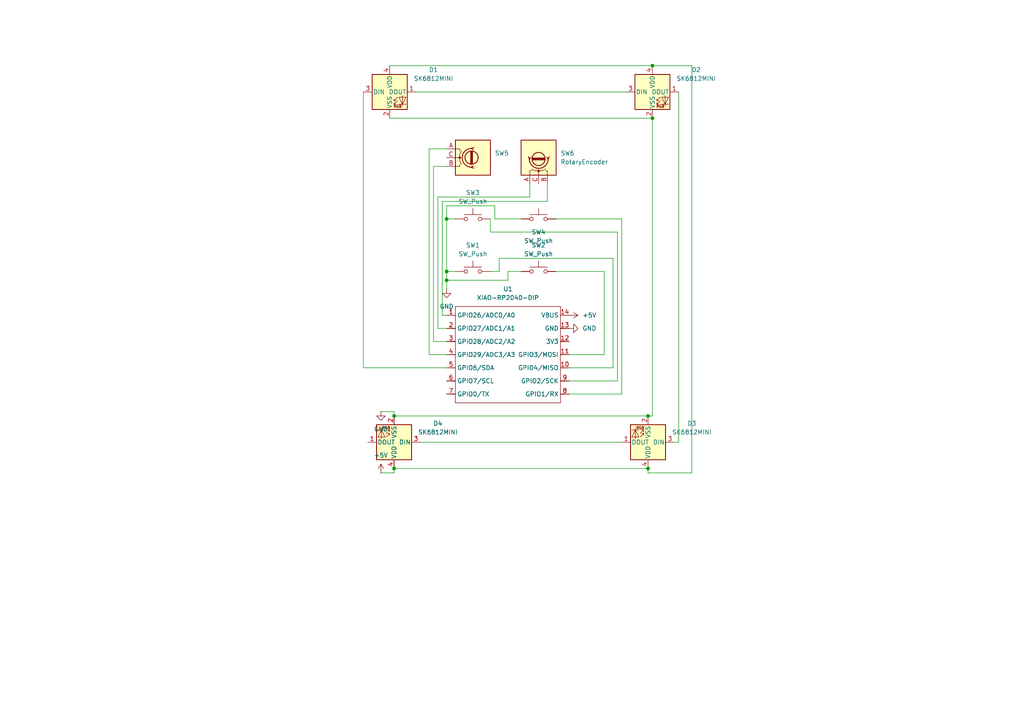
<source format=kicad_sch>
(kicad_sch (version 20250114) (generator "eeschema") (generator_version "9.0")
  (paper "A4")
  (lib_symbols
    (symbol "Device:RotaryEncoder" (pin_names (offset 0.254) (hide yes))
      (property "Reference" "SW" (at 0 6.604 0))
      (property "Value" "RotaryEncoder" (at 0 -6.604 0))
      (symbol "RotaryEncoder_0_1"
        (rectangle (start -5.08 5.08) (end 5.08 -5.08) (stroke (width 0.254)) (fill (type background)))
        (polyline (pts (xy -5.08 2.54) (xy -3.81 2.54) (xy -3.81 2.032)))
        (polyline (pts (xy -5.08 0) (xy -3.81 0) (xy -3.81 -1.016) (xy -3.302 -2.032)))
        (polyline (pts (xy -5.08 -2.54) (xy -3.81 -2.54) (xy -3.81 -2.032)))
        (polyline (pts (xy -4.318 0) (xy -3.81 0) (xy -3.81 1.016) (xy -3.302 2.032)))
        (circle (center -3.81 0) (radius 0.254) (fill (type outline)))
        (polyline (pts (xy -0.635 -1.778) (xy -0.635 1.778)) (stroke (width 0.254)))
        (circle (center -0.381 0) (radius 1.905) (stroke (width 0.254)))
        (polyline (pts (xy -0.381 -1.778) (xy -0.381 1.778)) (stroke (width 0.254)))
        (arc (start -0.381 -2.794) (mid -3.0988 -0.0635) (end -0.381 2.667) (stroke (width 0.254)))
        (polyline (pts (xy -0.127 1.778) (xy -0.127 -1.778)) (stroke (width 0.254)))
        (polyline (pts (xy 0.254 2.921) (xy -0.508 2.667) (xy 0.127 2.286)) (stroke (width 0.254)))
        (polyline (pts (xy 0.254 -3.048) (xy -0.508 -2.794) (xy 0.127 -2.413)) (stroke (width 0.254)))
      )
      (symbol "RotaryEncoder_1_1"
        (pin passive line (at -7.62 2.54 0) (length 2.54) (name "A") (number "A"))
        (pin passive line (at -7.62 0 0) (length 2.54) (name "C") (number "C"))
        (pin passive line (at -7.62 -2.54 0) (length 2.54) (name "B") (number "B"))
      )
    )
    (symbol "LED:SK6812MINI" (pin_names (offset 0.254))
      (property "Reference" "D" (at 5.08 5.715 0))
      (property "Value" "SK6812MINI" (at 1.27 -5.715 0))
      (symbol "SK6812MINI_0_0"
        (text "RGB" (at 2.286 -4.191 0) (effects (font (size 0.762 0.762))))
      )
      (symbol "SK6812MINI_0_1"
        (polyline (pts (xy 1.27 -2.54) (xy 1.778 -2.54)))
        (polyline (pts (xy 1.27 -3.556) (xy 1.778 -3.556)))
        (polyline (pts (xy 2.286 -1.524) (xy 1.27 -2.54) (xy 1.27 -2.032)))
        (polyline (pts (xy 2.286 -2.54) (xy 1.27 -3.556) (xy 1.27 -3.048)))
        (polyline (pts (xy 3.683 -1.016) (xy 3.683 -3.556) (xy 3.683 -4.064)))
        (polyline (pts (xy 4.699 -1.524) (xy 2.667 -1.524) (xy 3.683 -3.556) (xy 4.699 -1.524)))
        (polyline (pts (xy 4.699 -3.556) (xy 2.667 -3.556)))
        (rectangle (start 5.08 5.08) (end -5.08 -5.08) (stroke (width 0.254)) (fill (type background)))
      )
      (symbol "SK6812MINI_1_1"
        (pin input line (at -7.62 0 0) (length 2.54) (name "DIN") (number "3"))
        (pin power_in line (at 0 7.62 270) (length 2.54) (name "VDD") (number "4"))
        (pin power_in line (at 0 -7.62 90) (length 2.54) (name "VSS") (number "2"))
        (pin output line (at 7.62 0 180) (length 2.54) (name "DOUT") (number "1"))
      )
    )
    (symbol "OPL:XIAO-RP2040-DIP"
      (property "Reference" "U" (at 0 0 0))
      (property "Value" "XIAO-RP2040-DIP" (at 5.334 -1.778 0))
      (symbol "XIAO-RP2040-DIP_1_0"
        (polyline (pts (xy -1.27 -2.54) (xy 29.21 -2.54)) (stroke (width 0.1524)))
        (polyline (pts (xy -1.27 -5.08) (xy -2.54 -5.08)) (stroke (width 0.1524)))
        (polyline (pts (xy -1.27 -5.08) (xy -1.27 -2.54)) (stroke (width 0.1524)))
        (polyline (pts (xy -1.27 -8.89) (xy -2.54 -8.89)) (stroke (width 0.1524)))
        (polyline (pts (xy -1.27 -8.89) (xy -1.27 -5.08)) (stroke (width 0.1524)))
        (polyline (pts (xy -1.27 -12.7) (xy -2.54 -12.7)) (stroke (width 0.1524)))
        (polyline (pts (xy -1.27 -12.7) (xy -1.27 -8.89)) (stroke (width 0.1524)))
        (polyline (pts (xy -1.27 -16.51) (xy -2.54 -16.51)) (stroke (width 0.1524)))
        (polyline (pts (xy -1.27 -16.51) (xy -1.27 -12.7)) (stroke (width 0.1524)))
        (polyline (pts (xy -1.27 -20.32) (xy -2.54 -20.32)) (stroke (width 0.1524)))
        (polyline (pts (xy -1.27 -24.13) (xy -2.54 -24.13)) (stroke (width 0.1524)))
        (polyline (pts (xy -1.27 -27.94) (xy -2.54 -27.94)) (stroke (width 0.1524)))
        (polyline (pts (xy -1.27 -30.48) (xy -1.27 -16.51)) (stroke (width 0.1524)))
        (polyline (pts (xy 29.21 -2.54) (xy 29.21 -5.08)) (stroke (width 0.1524)))
        (polyline (pts (xy 29.21 -5.08) (xy 29.21 -8.89)) (stroke (width 0.1524)))
        (polyline (pts (xy 29.21 -8.89) (xy 29.21 -12.7)) (stroke (width 0.1524)))
        (polyline (pts (xy 29.21 -12.7) (xy 29.21 -30.48)) (stroke (width 0.1524)))
        (polyline (pts (xy 29.21 -30.48) (xy -1.27 -30.48)) (stroke (width 0.1524)))
        (polyline (pts (xy 30.48 -5.08) (xy 29.21 -5.08)) (stroke (width 0.1524)))
        (polyline (pts (xy 30.48 -8.89) (xy 29.21 -8.89)) (stroke (width 0.1524)))
        (polyline (pts (xy 30.48 -12.7) (xy 29.21 -12.7)) (stroke (width 0.1524)))
        (polyline (pts (xy 30.48 -16.51) (xy 29.21 -16.51)) (stroke (width 0.1524)))
        (polyline (pts (xy 30.48 -20.32) (xy 29.21 -20.32)) (stroke (width 0.1524)))
        (polyline (pts (xy 30.48 -24.13) (xy 29.21 -24.13)) (stroke (width 0.1524)))
        (polyline (pts (xy 30.48 -27.94) (xy 29.21 -27.94)) (stroke (width 0.1524)))
        (pin passive line (at -3.81 -5.08 0) (length 2.54) (name "GPIO26/ADC0/A0") (number "1"))
        (pin passive line (at -3.81 -8.89 0) (length 2.54) (name "GPIO27/ADC1/A1") (number "2"))
        (pin passive line (at -3.81 -12.7 0) (length 2.54) (name "GPIO28/ADC2/A2") (number "3"))
        (pin passive line (at -3.81 -16.51 0) (length 2.54) (name "GPIO29/ADC3/A3") (number "4"))
        (pin passive line (at -3.81 -20.32 0) (length 2.54) (name "GPIO6/SDA") (number "5"))
        (pin passive line (at -3.81 -24.13 0) (length 2.54) (name "GPIO7/SCL") (number "6"))
        (pin passive line (at -3.81 -27.94 0) (length 2.54) (name "GPIO0/TX") (number "7"))
        (pin passive line (at 31.75 -5.08 180) (length 2.54) (name "VBUS") (number "14"))
        (pin passive line (at 31.75 -8.89 180) (length 2.54) (name "GND") (number "13"))
        (pin passive line (at 31.75 -12.7 180) (length 2.54) (name "3V3") (number "12"))
        (pin passive line (at 31.75 -16.51 180) (length 2.54) (name "GPIO3/MOSI") (number "11"))
        (pin passive line (at 31.75 -20.32 180) (length 2.54) (name "GPIO4/MISO") (number "10"))
        (pin passive line (at 31.75 -24.13 180) (length 2.54) (name "GPIO2/SCK") (number "9"))
        (pin passive line (at 31.75 -27.94 180) (length 2.54) (name "GPIO1/RX") (number "8"))
      )
    )
    (symbol "Switch:SW_Push" (pin_numbers (hide yes)) (pin_names (offset 1.016) (hide yes))
      (property "Reference" "SW" (at 1.27 2.54 0))
      (property "Value" "SW_Push" (at 0 -1.524 0))
      (symbol "SW_Push_0_1"
        (circle (center -2.032 0) (radius 0.508))
        (polyline (pts (xy 0 1.27) (xy 0 3.048)))
        (circle (center 2.032 0) (radius 0.508))
        (polyline (pts (xy 2.54 1.27) (xy -2.54 1.27)))
        (pin passive line (at -5.08 0 0) (length 2.54) (name "1") (number "1"))
        (pin passive line (at 5.08 0 180) (length 2.54) (name "2") (number "2"))
      )
    )
    (symbol "power:+5V" (power) (pin_numbers (hide yes)) (pin_names (offset 0) (hide yes))
      (property "Value" "+5V" (at 0 3.556 0))
      (symbol "+5V_0_1"
        (polyline (pts (xy -0.762 1.27) (xy 0 2.54)))
        (polyline (pts (xy 0 2.54) (xy 0.762 1.27)))
        (polyline (pts (xy 0 0) (xy 0 2.54)))
      )
      (symbol "+5V_1_1"
        (pin power_in line (at 0 0 90) (length 0) (name "~") (number "1"))
      )
    )
    (symbol "power:GND" (power) (pin_numbers (hide yes)) (pin_names (offset 0) (hide yes))
      (property "Value" "GND" (at 0 -3.81 0))
      (symbol "GND_0_1"
        (polyline (pts (xy 0 0) (xy 0 -1.27) (xy 1.27 -1.27) (xy 0 -2.54) (xy -1.27 -1.27) (xy 0 -1.27)))
      )
      (symbol "GND_1_1"
        (pin power_in line (at 0 0 270) (length 0) (name "~") (number "1"))
      )
    )
  )
  (junction (at 129.54 63.5))
  (junction (at 189.23 19.05))
  (junction (at 187.96 135.89))
  (junction (at 114.3 120.65))
  (junction (at 189.23 34.29))
  (junction (at 114.3 135.89))
  (junction (at 187.96 120.65))
  (junction (at 129.54 81.28))
  (junction (at 129.54 78.74))
  (wire (pts (xy 144.78 78.74) (xy 142.24 78.74)))
  (wire (pts (xy 187.96 137.16) (xy 187.96 135.89)))
  (wire (pts (xy 165.1 110.49) (xy 179.07 110.49)))
  (wire (pts (xy 114.3 119.38) (xy 110.49 119.38)))
  (wire (pts (xy 151.13 78.74) (xy 147.32 78.74)))
  (wire (pts (xy 125.73 48.26) (xy 125.73 99.06)))
  (wire (pts (xy 165.1 106.68) (xy 177.8 106.68)))
  (wire (pts (xy 129.54 106.68) (xy 105.41 106.68)))
  (wire (pts (xy 153.67 57.15) (xy 127 57.15)))
  (wire (pts (xy 121.92 128.27) (xy 180.34 128.27)))
  (wire (pts (xy 180.34 63.5) (xy 161.29 63.5)))
  (wire (pts (xy 153.67 53.34) (xy 153.67 57.15)))
  (wire (pts (xy 165.1 102.87) (xy 175.26 102.87)))
  (wire (pts (xy 114.3 135.89) (xy 114.3 137.16)))
  (wire (pts (xy 114.3 120.65) (xy 187.96 120.65)))
  (wire (pts (xy 113.03 34.29) (xy 189.23 34.29)))
  (wire (pts (xy 177.8 106.68) (xy 177.8 74.93)))
  (wire (pts (xy 129.54 81.28) (xy 129.54 78.74)))
  (wire (pts (xy 127 57.15) (xy 127 95.25)))
  (wire (pts (xy 129.54 63.5) (xy 129.54 78.74)))
  (wire (pts (xy 175.26 78.74) (xy 161.29 78.74)))
  (wire (pts (xy 189.23 19.05) (xy 200.66 19.05)))
  (wire (pts (xy 128.27 58.42) (xy 128.27 91.44)))
  (wire (pts (xy 124.46 102.87) (xy 129.54 102.87)))
  (wire (pts (xy 128.27 91.44) (xy 129.54 91.44)))
  (wire (pts (xy 127 95.25) (xy 129.54 95.25)))
  (wire (pts (xy 200.66 19.05) (xy 200.66 137.16)))
  (wire (pts (xy 179.07 110.49) (xy 179.07 67.31)))
  (wire (pts (xy 129.54 48.26) (xy 125.73 48.26)))
  (wire (pts (xy 125.73 99.06) (xy 129.54 99.06)))
  (wire (pts (xy 129.54 81.28) (xy 129.54 83.82)))
  (wire (pts (xy 189.23 34.29) (xy 189.23 120.65)))
  (wire (pts (xy 142.24 67.31) (xy 142.24 63.5)))
  (wire (pts (xy 120.65 26.67) (xy 181.61 26.67)))
  (wire (pts (xy 113.03 19.05) (xy 189.23 19.05)))
  (wire (pts (xy 158.75 53.34) (xy 158.75 58.42)))
  (wire (pts (xy 175.26 102.87) (xy 175.26 78.74)))
  (wire (pts (xy 129.54 59.69) (xy 129.54 63.5)))
  (wire (pts (xy 196.85 128.27) (xy 195.58 128.27)))
  (wire (pts (xy 114.3 120.65) (xy 114.3 119.38)))
  (wire (pts (xy 143.51 63.5) (xy 143.51 59.69)))
  (wire (pts (xy 143.51 59.69) (xy 129.54 59.69)))
  (wire (pts (xy 129.54 63.5) (xy 132.08 63.5)))
  (wire (pts (xy 147.32 78.74) (xy 147.32 81.28)))
  (wire (pts (xy 180.34 114.3) (xy 180.34 63.5)))
  (wire (pts (xy 200.66 137.16) (xy 187.96 137.16)))
  (wire (pts (xy 114.3 135.89) (xy 187.96 135.89)))
  (wire (pts (xy 129.54 78.74) (xy 132.08 78.74)))
  (wire (pts (xy 189.23 120.65) (xy 187.96 120.65)))
  (wire (pts (xy 129.54 43.18) (xy 124.46 43.18)))
  (wire (pts (xy 114.3 137.16) (xy 110.49 137.16)))
  (wire (pts (xy 177.8 74.93) (xy 144.78 74.93)))
  (wire (pts (xy 124.46 43.18) (xy 124.46 102.87)))
  (wire (pts (xy 151.13 63.5) (xy 143.51 63.5)))
  (wire (pts (xy 158.75 58.42) (xy 128.27 58.42)))
  (wire (pts (xy 105.41 106.68) (xy 105.41 26.67)))
  (wire (pts (xy 144.78 74.93) (xy 144.78 78.74)))
  (wire (pts (xy 179.07 67.31) (xy 142.24 67.31)))
  (wire (pts (xy 165.1 114.3) (xy 180.34 114.3)))
  (wire (pts (xy 147.32 81.28) (xy 129.54 81.28)))
  (wire (pts (xy 196.85 26.67) (xy 196.85 128.27)))
  (symbol (lib_id "power:+5V") (at 110.49 137.16 0) (unit 1)
    (property "Reference" "#PWR02" (effects (hide yes)))
    (property "Value" "+5V" (at 110.49 132.08 0))
    (property "Description" "Power symbol creates a global label with name \"+5V\"" (effects (hide yes)))
  )
  (symbol (lib_id "power:GND") (at 110.49 119.38 0) (unit 1)
    (property "Reference" "#PWR03" (effects (hide yes)))
    (property "Value" "GND" (at 110.49 124.46 0))
    (property "Description" "Power symbol creates a global label with name \"GND\" , ground" (effects (hide yes)))
  )
  (symbol (lib_id "LED:SK6812MINI") (at 189.23 26.67 0) (unit 1)
    (property "Reference" "D2" (at 201.93 20.2498 0))
    (property "Value" "SK6812MINI" (at 201.93 22.7898 0))
    (property "Footprint" "LED_SMD:LED_SK6812MINI_PLCC4_3.5x3.5mm_P1.75mm" (effects (hide yes)))
    (property "Datasheet" "https://cdn-shop.adafruit.com/product-files/2686/SK6812MINI_REV.01-1-2.pdf" (effects (hide yes)))
    (property "Description" "RGB LED with integrated controller" (effects (hide yes)))
  )
  (symbol (lib_id "OPL:XIAO-RP2040-DIP") (at 133.35 86.36 0) (unit 1)
    (property "Reference" "U1" (at 147.32 83.82 0))
    (property "Value" "XIAO-RP2040-DIP" (at 147.32 86.36 0))
    (property "Footprint" "OPL:XIAO-RP2040-DIP" (effects (hide yes)))
  )
  (symbol (lib_id "Switch:SW_Push") (at 156.21 63.5 0) (unit 1)
    (property "Reference" "SW4" (at 156.21 67.31 0))
    (property "Value" "SW_Push" (at 156.21 69.85 0))
    (property "Footprint" "Button_Switch_Keyboard:SW_Cherry_MX_1.00u_PCB" (effects (hide yes)))
    (property "Description" "Push button switch, generic, two pins" (effects (hide yes)))
  )
  (symbol (lib_id "power:GND") (at 129.54 83.82 0) (unit 1)
    (property "Reference" "#PWR01" (effects (hide yes)))
    (property "Value" "GND" (at 129.54 88.9 0))
    (property "Description" "Power symbol creates a global label with name \"GND\" , ground" (effects (hide yes)))
  )
  (symbol (lib_id "LED:SK6812MINI") (at 114.3 128.27 180) (unit 1)
    (property "Reference" "D4" (at 127 122.8246 0))
    (property "Value" "SK6812MINI" (at 127 125.3646 0))
    (property "Footprint" "LED_SMD:LED_SK6812MINI_PLCC4_3.5x3.5mm_P1.75mm" (effects (hide yes)))
    (property "Datasheet" "https://cdn-shop.adafruit.com/product-files/2686/SK6812MINI_REV.01-1-2.pdf" (effects (hide yes)))
    (property "Description" "RGB LED with integrated controller" (effects (hide yes)))
  )
  (symbol (lib_id "LED:SK6812MINI") (at 187.96 128.27 180) (unit 1)
    (property "Reference" "D3" (at 200.66 122.8246 0))
    (property "Value" "SK6812MINI" (at 200.66 125.3646 0))
    (property "Footprint" "LED_SMD:LED_SK6812MINI_PLCC4_3.5x3.5mm_P1.75mm" (effects (hide yes)))
    (property "Datasheet" "https://cdn-shop.adafruit.com/product-files/2686/SK6812MINI_REV.01-1-2.pdf" (effects (hide yes)))
    (property "Description" "RGB LED with integrated controller" (effects (hide yes)))
  )
  (symbol (lib_id "power:+5V") (at 165.1 91.44 270) (unit 1)
    (property "Reference" "#PWR05" (effects (hide yes)))
    (property "Value" "+5V" (at 168.91 91.4399 90) (effects (justify left)))
    (property "Description" "Power symbol creates a global label with name \"+5V\"" (effects (hide yes)))
  )
  (symbol (lib_id "Switch:SW_Push") (at 156.21 78.74 0) (unit 1)
    (property "Reference" "SW2" (at 156.21 71.12 0))
    (property "Value" "SW_Push" (at 156.21 73.66 0))
    (property "Footprint" "Button_Switch_Keyboard:SW_Cherry_MX_1.00u_PCB" (effects (hide yes)))
    (property "Description" "Push button switch, generic, two pins" (effects (hide yes)))
  )
  (symbol (lib_id "Switch:SW_Push") (at 137.16 78.74 0) (unit 1)
    (property "Reference" "SW1" (at 137.16 71.12 0))
    (property "Value" "SW_Push" (at 137.16 73.66 0))
    (property "Footprint" "Button_Switch_Keyboard:SW_Cherry_MX_1.00u_PCB" (effects (hide yes)))
    (property "Description" "Push button switch, generic, two pins" (effects (hide yes)))
  )
  (symbol (lib_id "Device:RotaryEncoder") (at 137.16 45.72 0) (unit 1)
    (property "Reference" "SW5" (at 143.51 44.4499 0) (effects (justify left)))
    (property "Value" "RotaryEncoder" (effects (hide yes)))
    (property "Footprint" "Rotary_Encoder:RotaryEncoder_Alps_EC11E-Switch_Vertical_H20mm" (effects (hide yes)))
    (property "Description" "Rotary encoder, dual channel, incremental quadrate outputs" (effects (hide yes)))
  )
  (symbol (lib_id "Device:RotaryEncoder") (at 156.21 45.72 90) (unit 1)
    (property "Reference" "SW6" (at 162.56 44.4499 90) (effects (justify right)))
    (property "Value" "RotaryEncoder" (at 162.56 46.9899 90) (effects (justify right)))
    (property "Footprint" "Rotary_Encoder:RotaryEncoder_Alps_EC11E-Switch_Vertical_H20mm" (effects (hide yes)))
    (property "Description" "Rotary encoder, dual channel, incremental quadrate outputs" (effects (hide yes)))
  )
  (symbol (lib_id "power:GND") (at 165.1 95.25 90) (unit 1)
    (property "Reference" "#PWR04" (effects (hide yes)))
    (property "Value" "GND" (at 168.91 95.2499 90) (effects (justify right)))
    (property "Description" "Power symbol creates a global label with name \"GND\" , ground" (effects (hide yes)))
  )
  (symbol (lib_id "Switch:SW_Push") (at 137.16 63.5 0) (unit 1)
    (property "Reference" "SW3" (at 137.16 55.88 0))
    (property "Value" "SW_Push" (at 137.16 58.42 0))
    (property "Footprint" "Button_Switch_Keyboard:SW_Cherry_MX_1.00u_PCB" (effects (hide yes)))
    (property "Description" "Push button switch, generic, two pins" (effects (hide yes)))
  )
  (symbol (lib_id "LED:SK6812MINI") (at 113.03 26.67 0) (unit 1)
    (property "Reference" "D1" (at 125.73 20.2498 0))
    (property "Value" "SK6812MINI" (at 125.73 22.7898 0))
    (property "Footprint" "LED_SMD:LED_SK6812MINI_PLCC4_3.5x3.5mm_P1.75mm" (effects (hide yes)))
    (property "Datasheet" "https://cdn-shop.adafruit.com/product-files/2686/SK6812MINI_REV.01-1-2.pdf" (effects (hide yes)))
    (property "Description" "RGB LED with integrated controller" (effects (hide yes)))
  )
)
</source>
